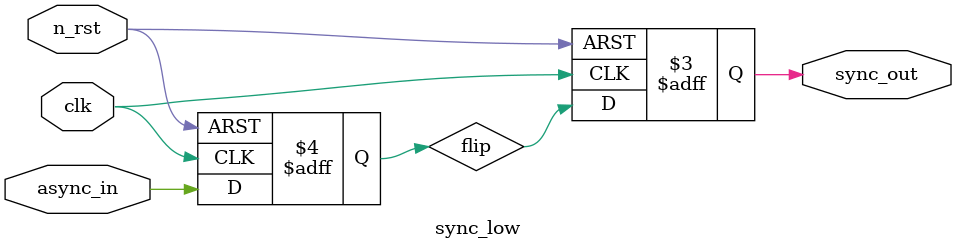
<source format=sv>
module sync_low
(
	input wire clk,
	input wire n_rst,
	input wire async_in,
	output reg sync_out
);
reg flip;

always_ff @ (posedge clk, negedge n_rst)
begin  
if(1'b0 == n_rst)
begin
 flip <= 0;
 sync_out <=0;
end
else
 begin
 flip <= async_in;
sync_out <= flip;
end
end
endmodule
	
</source>
